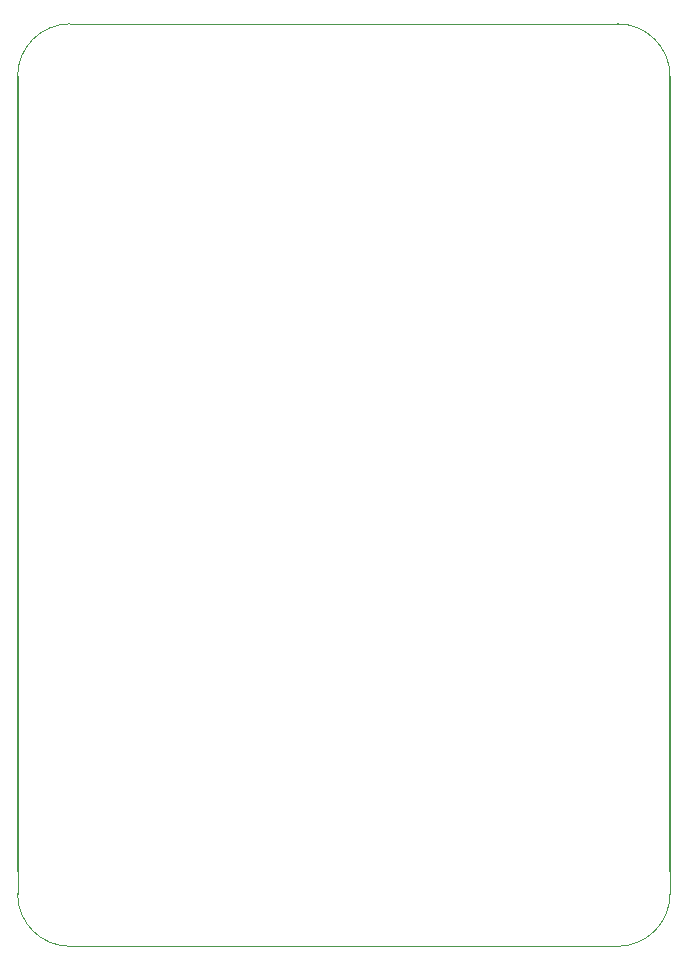
<source format=gbr>
%TF.GenerationSoftware,KiCad,Pcbnew,7.0.9*%
%TF.CreationDate,2024-07-01T11:41:40-07:00*%
%TF.ProjectId,detonator,6465746f-6e61-4746-9f72-2e6b69636164,rev?*%
%TF.SameCoordinates,Original*%
%TF.FileFunction,Profile,NP*%
%FSLAX46Y46*%
G04 Gerber Fmt 4.6, Leading zero omitted, Abs format (unit mm)*
G04 Created by KiCad (PCBNEW 7.0.9) date 2024-07-01 11:41:40*
%MOMM*%
%LPD*%
G01*
G04 APERTURE LIST*
%TA.AperFunction,Profile*%
%ADD10C,0.100000*%
%TD*%
%TA.AperFunction,Profile*%
%ADD11C,0.200000*%
%TD*%
G04 APERTURE END LIST*
D10*
X135890000Y-130810000D02*
X182245000Y-130810000D01*
X131445000Y-126365000D02*
X131445000Y-124460000D01*
X186690000Y-126365000D02*
X186690000Y-124460000D01*
X131445000Y-126365000D02*
G75*
G03*
X135890000Y-130810000I4445000J0D01*
G01*
X182245000Y-130810000D02*
G75*
G03*
X186690000Y-126365000I0J4445000D01*
G01*
X182245000Y-52705000D02*
X135890000Y-52705000D01*
X186690000Y-57150000D02*
G75*
G03*
X182245000Y-52705000I-4445000J0D01*
G01*
X135890000Y-52705000D02*
G75*
G03*
X131445000Y-57150000I0J-4445000D01*
G01*
D11*
X186690000Y-124460000D02*
X186690000Y-57150000D01*
X131445000Y-57150000D02*
X131445000Y-124460000D01*
M02*

</source>
